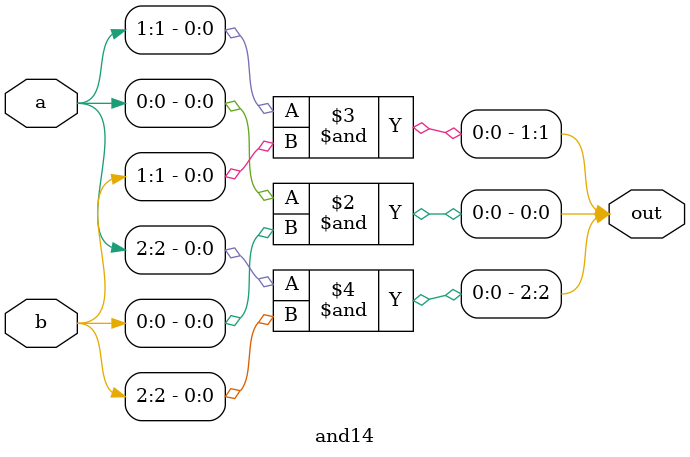
<source format=v>
module and14 (
    input wire [2:0] a,
    input wire [2:0] b,
    output reg [2:0] out
);
    always @(*) begin
        out = {a[2] & b[2], a[1] & b[1], a[0] & b[0]};
    end

endmodule

</source>
